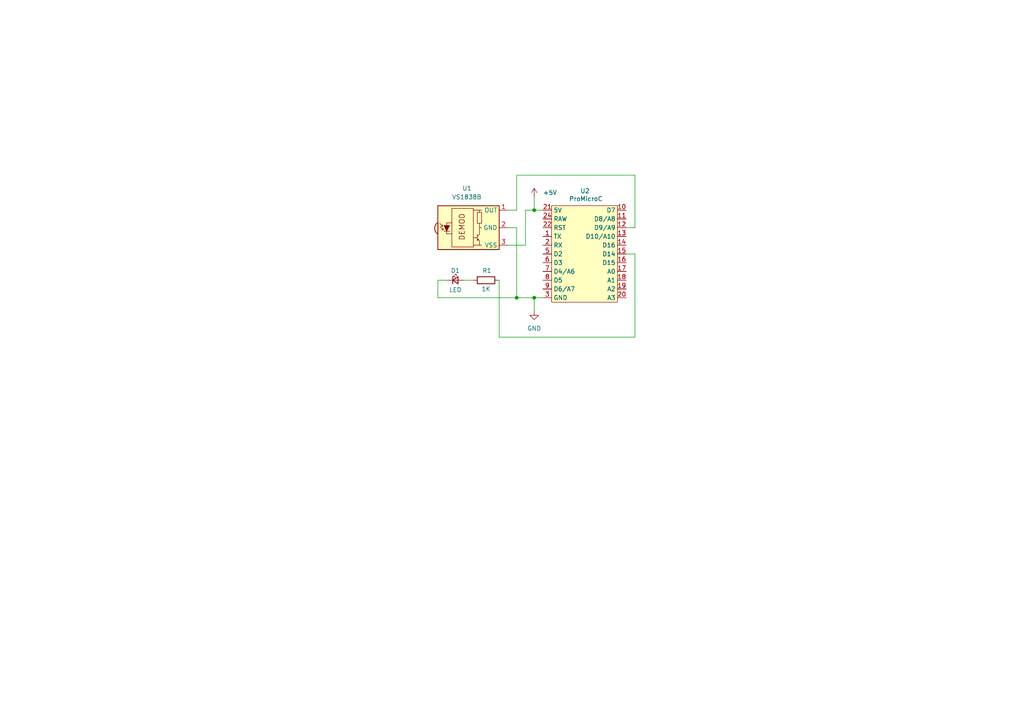
<source format=kicad_sch>
(kicad_sch (version 20250114) (generator "eeschema") (generator_version "9.0")
  (paper "A4")
  (lib_symbols
    (symbol "Custom:VS1838B"
      (property "Reference" "U" (at -12.7 5.08 0))
      (property "Value" "VS1838B" (at -10.16 -7.62 0))
      (symbol "VS1838B_0_0"
        (arc (start -10.287 -1.778) (mid -11.0899 -0.1905) (end -10.287 1.397) (stroke (width 0.254)) (fill (type background)))
        (polyline (pts (xy 1.905 5.08) (xy 0.127 5.08)))
        (polyline (pts (xy 1.905 -5.08) (xy 0.127 -5.08)))
        (text "DEMOD" (at -3.175 0.254 900) (effects (font (size 1.524 1.524))))
      )
      (symbol "VS1838B_0_1"
        (polyline (pts (xy -8.763 0.381) (xy -9.652 1.27)))
        (polyline (pts (xy -8.763 0.381) (xy -9.271 0.381)))
        (polyline (pts (xy -8.763 0.381) (xy -8.763 0.889)))
        (polyline (pts (xy -8.636 -0.635) (xy -9.525 0.254)))
        (polyline (pts (xy -8.636 -0.635) (xy -9.144 -0.635)))
        (polyline (pts (xy -8.636 -0.635) (xy -8.636 -0.127)))
        (polyline (pts (xy -8.382 0.635) (xy -6.731 0.635) (xy -7.62 -1.016) (xy -8.382 0.635)) (fill (type outline)))
        (polyline (pts (xy -8.382 -1.016) (xy -6.731 -1.016)))
        (rectangle (start -6.096 5.588) (end 0.127 -5.588))
        (polyline (pts (xy -6.096 1.397) (xy -7.62 1.397) (xy -7.62 -1.778) (xy -6.096 -1.778)))
        (polyline (pts (xy 1.27 -1.905) (xy 1.27 -3.81)))
        (polyline (pts (xy 1.27 -2.54) (xy 1.905 -1.905) (xy 1.905 0) (xy 2.54 0)))
        (polyline (pts (xy 1.27 -2.921) (xy 0.127 -2.921)))
        (polyline (pts (xy 1.27 -3.175) (xy 1.905 -3.81) (xy 1.905 -5.08) (xy 2.54 -5.08)))
        (polyline (pts (xy 1.397 -3.556) (xy 1.524 -3.556)))
        (polyline (pts (xy 1.651 -3.556) (xy 1.524 -3.556)))
        (polyline (pts (xy 1.651 -3.556) (xy 1.651 -3.302)))
        (polyline (pts (xy 1.905 4.445) (xy 1.905 5.08) (xy 2.54 5.08)))
        (polyline (pts (xy 1.905 0) (xy 1.905 1.27)))
        (rectangle (start 2.54 1.27) (end 1.27 4.445))
        (rectangle (start 7.62 6.35) (end -10.16 -6.35) (stroke (width 0.254)) (fill (type background)))
      )
      (symbol "VS1838B_1_1"
        (pin output line (at 10.16 5.08 180) (length 2.54) (name "OUT") (number "1"))
        (pin power_in line (at 10.16 0 180) (length 2.54) (name "GND") (number "2"))
        (pin power_in line (at 10.16 -5.08 180) (length 2.54) (name "VSS") (number "3"))
      )
    )
    (symbol "Device:R" (pin_numbers (hide yes)) (pin_names (offset 0))
      (property "Reference" "R" (at 2.032 0 90))
      (property "Value" "R" (at 0 0 90))
      (symbol "R_0_1"
        (rectangle (start -1.016 -2.54) (end 1.016 2.54) (stroke (width 0.254)))
      )
      (symbol "R_1_1"
        (pin passive line (at 0 3.81 270) (length 1.27) (name "~") (number "1"))
        (pin passive line (at 0 -3.81 90) (length 1.27) (name "~") (number "2"))
      )
    )
    (symbol "PCM_SparkFun-Board:ProMicroC"
      (property "Reference" "U" (at 1.27 0 0))
      (property "Value" "ProMicroC" (at 15.24 0 0))
      (symbol "ProMicroC_1_1"
        (rectangle (start 0 -1.27) (end 19.05 -29.21) (fill (type background)))
        (pin input line (at -2.54 -2.54 0) (length 2.54) (name "5V") (number "21"))
        (pin input line (at -2.54 -5.08 0) (length 2.54) (name "RAW") (number "24"))
        (pin input line (at -2.54 -7.62 0) (length 2.54) (name "RST") (number "22"))
        (pin input line (at -2.54 -10.16 0) (length 2.54) (name "TX") (number "1"))
        (pin input line (at -2.54 -12.7 0) (length 2.54) (name "RX") (number "2"))
        (pin input line (at -2.54 -15.24 0) (length 2.54) (name "D2") (number "5"))
        (pin input line (at -2.54 -17.78 0) (length 2.54) (name "D3") (number "6"))
        (pin input line (at -2.54 -20.32 0) (length 2.54) (name "D4/A6") (number "7"))
        (pin input line (at -2.54 -22.86 0) (length 2.54) (name "D5") (number "8"))
        (pin input line (at -2.54 -25.4 0) (length 2.54) (name "D6/A7") (number "9"))
        (pin input line (at -2.54 -27.94 0) (length 2.54) (hide yes) (name "GND") (number "23"))
        (pin input line (at -2.54 -27.94 0) (length 2.54) (name "GND") (number "3"))
        (pin input line (at -2.54 -27.94 0) (length 2.54) (hide yes) (name "GND") (number "4"))
        (pin input line (at 21.59 -2.54 180) (length 2.54) (name "D7") (number "10"))
        (pin input line (at 21.59 -5.08 180) (length 2.54) (name "D8/A8") (number "11"))
        (pin input line (at 21.59 -7.62 180) (length 2.54) (name "D9/A9") (number "12"))
        (pin input line (at 21.59 -10.16 180) (length 2.54) (name "D10/A10") (number "13"))
        (pin input line (at 21.59 -12.7 180) (length 2.54) (name "D16") (number "14"))
        (pin input line (at 21.59 -15.24 180) (length 2.54) (name "D14") (number "15"))
        (pin input line (at 21.59 -17.78 180) (length 2.54) (name "D15") (number "16"))
        (pin input line (at 21.59 -20.32 180) (length 2.54) (name "A0") (number "17"))
        (pin input line (at 21.59 -22.86 180) (length 2.54) (name "A1") (number "18"))
        (pin input line (at 21.59 -25.4 180) (length 2.54) (name "A2") (number "19"))
        (pin input line (at 21.59 -27.94 180) (length 2.54) (name "A3") (number "20"))
      )
    )
    (symbol "PCM_SparkFun-LED:LED" (pin_numbers (hide yes)) (pin_names (offset 1.016) (hide yes))
      (property "Reference" "D" (at 0 2.54 0))
      (property "Value" "LED" (at 0 -2.54 0))
      (symbol "LED_0_1"
        (polyline (pts (xy -0.762 -1.016) (xy -0.762 1.016)) (stroke (width 0.254)))
        (polyline (pts (xy 0 0.762) (xy -0.508 1.27) (xy -0.254 1.27) (xy -0.508 1.27) (xy -0.508 1.016)))
        (polyline (pts (xy 0.508 1.27) (xy 0 1.778) (xy 0.254 1.778) (xy 0 1.778) (xy 0 1.524)))
        (polyline (pts (xy 0.762 -1.016) (xy -0.762 0) (xy 0.762 1.016) (xy 0.762 -1.016)) (stroke (width 0.254)))
        (polyline (pts (xy 1.016 0) (xy -0.762 0)))
      )
      (symbol "LED_1_1"
        (pin passive line (at -2.54 0 0) (length 1.778) (name "K") (number "1"))
        (pin passive line (at 2.54 0 180) (length 1.778) (name "A") (number "2"))
      )
    )
    (symbol "power:+5V" (power) (pin_names (offset 0))
      (property "Value" "+5V" (at 0 3.556 0))
      (symbol "+5V_0_1"
        (polyline (pts (xy -0.762 1.27) (xy 0 2.54)))
        (polyline (pts (xy 0 2.54) (xy 0.762 1.27)))
        (polyline (pts (xy 0 0) (xy 0 2.54)))
      )
      (symbol "+5V_1_1"
        (pin power_in line (at 0 0 90) (length 0) (hide yes) (name "+5V") (number "1"))
      )
    )
    (symbol "power:GND" (power) (pin_names (offset 0))
      (property "Value" "GND" (at 0 -3.81 0))
      (symbol "GND_0_1"
        (polyline (pts (xy 0 0) (xy 0 -1.27) (xy 1.27 -1.27) (xy 0 -2.54) (xy -1.27 -1.27) (xy 0 -1.27)))
      )
      (symbol "GND_1_1"
        (pin power_in line (at 0 0 270) (length 0) (hide yes) (name "GND") (number "1"))
      )
    )
  )
  (junction (at 154.94 60.96))
  (junction (at 149.86 86.36))
  (junction (at 154.94 86.36))
  (wire (pts (xy 154.94 86.36) (xy 157.48 86.36)))
  (wire (pts (xy 157.48 60.96) (xy 154.94 60.96)))
  (wire (pts (xy 184.15 50.8) (xy 184.15 66.04)))
  (wire (pts (xy 149.86 60.96) (xy 149.86 50.8)))
  (wire (pts (xy 152.4 60.96) (xy 152.4 71.12)))
  (wire (pts (xy 144.78 81.28) (xy 144.78 97.79)))
  (wire (pts (xy 154.94 86.36) (xy 154.94 90.17)))
  (wire (pts (xy 184.15 97.79) (xy 184.15 73.66)))
  (wire (pts (xy 144.78 97.79) (xy 184.15 97.79)))
  (wire (pts (xy 127 86.36) (xy 149.86 86.36)))
  (wire (pts (xy 181.61 73.66) (xy 184.15 73.66)))
  (wire (pts (xy 147.32 60.96) (xy 149.86 60.96)))
  (wire (pts (xy 149.86 86.36) (xy 154.94 86.36)))
  (wire (pts (xy 152.4 71.12) (xy 147.32 71.12)))
  (wire (pts (xy 127 81.28) (xy 127 86.36)))
  (wire (pts (xy 154.94 60.96) (xy 152.4 60.96)))
  (wire (pts (xy 149.86 66.04) (xy 149.86 86.36)))
  (wire (pts (xy 147.32 66.04) (xy 149.86 66.04)))
  (wire (pts (xy 134.62 81.28) (xy 137.16 81.28)))
  (wire (pts (xy 129.54 81.28) (xy 127 81.28)))
  (wire (pts (xy 184.15 66.04) (xy 181.61 66.04)))
  (wire (pts (xy 149.86 50.8) (xy 184.15 50.8)))
  (wire (pts (xy 154.94 57.15) (xy 154.94 60.96)))
  (symbol (lib_id "PCM_SparkFun-Board:ProMicroC") (at 160.02 58.42 0) (unit 1)
    (property "Reference" "U2" (at 169.672 55.372 0))
    (property "Value" "ProMicroC" (at 169.926 57.658 0))
    (property "Footprint" "PCM_SparkFun-Board:ProMicroC" (effects (hide yes)))
    (property "Datasheet" "https://www.sparkfun.com/products/15795" (effects (hide yes)))
  )
  (symbol (lib_id "Device:R") (at 140.97 81.28 90) (unit 1)
    (property "Reference" "R1" (at 141.224 78.486 90))
    (property "Value" "1K" (at 140.97 83.82 90))
    (property "Footprint" "Resistor_THT:R_Axial_DIN0204_L3.6mm_D1.6mm_P5.08mm_Horizontal" (effects (hide yes)))
  )
  (symbol (lib_id "PCM_SparkFun-LED:LED") (at 132.08 81.28 0) (unit 1)
    (property "Reference" "D1" (at 132.08 78.486 0))
    (property "Value" "LED" (at 132.08 84.074 0))
    (property "Footprint" "LED_THT:LED_D3.0mm" (effects (hide yes)))
    (property "Description" "Light emitting diode" (effects (hide yes)))
    (property "PROD_ID" "LED-" (effects (hide yes)))
  )
  (symbol (lib_id "Custom:VS1838B") (at 137.16 66.04 0) (unit 1)
    (property "Reference" "U1" (at 135.425 54.61 0))
    (property "Value" "VS1838B" (at 135.382 57.15 0))
    (property "Footprint" "OptoDevice:Vishay_MINICAST-3Pin" (effects (hide yes)))
    (property "Datasheet" "Datasheet not available" (effects (hide yes)))
  )
  (symbol (lib_id "power:+5V") (at 154.94 57.15 0) (unit 1)
    (property "Reference" "#PWR01" (effects (hide yes)))
    (property "Value" "+5V" (at 157.48 55.8799 0) (effects (justify left)))
  )
  (symbol (lib_id "power:GND") (at 154.94 90.17 0) (unit 1)
    (property "Reference" "#PWR02" (effects (hide yes)))
    (property "Value" "GND" (at 154.94 95.25 0))
  )
)
</source>
